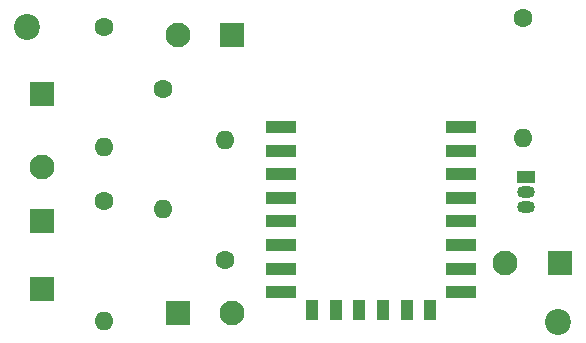
<source format=gbr>
%TF.GenerationSoftware,KiCad,Pcbnew,8.0.7*%
%TF.CreationDate,2025-01-13T17:44:50+00:00*%
%TF.ProjectId,TapeDispenser,54617065-4469-4737-9065-6e7365722e6b,rev?*%
%TF.SameCoordinates,Original*%
%TF.FileFunction,Soldermask,Top*%
%TF.FilePolarity,Negative*%
%FSLAX46Y46*%
G04 Gerber Fmt 4.6, Leading zero omitted, Abs format (unit mm)*
G04 Created by KiCad (PCBNEW 8.0.7) date 2025-01-13 17:44:50*
%MOMM*%
%LPD*%
G01*
G04 APERTURE LIST*
G04 Aperture macros list*
%AMRoundRect*
0 Rectangle with rounded corners*
0 $1 Rounding radius*
0 $2 $3 $4 $5 $6 $7 $8 $9 X,Y pos of 4 corners*
0 Add a 4 corners polygon primitive as box body*
4,1,4,$2,$3,$4,$5,$6,$7,$8,$9,$2,$3,0*
0 Add four circle primitives for the rounded corners*
1,1,$1+$1,$2,$3*
1,1,$1+$1,$4,$5*
1,1,$1+$1,$6,$7*
1,1,$1+$1,$8,$9*
0 Add four rect primitives between the rounded corners*
20,1,$1+$1,$2,$3,$4,$5,0*
20,1,$1+$1,$4,$5,$6,$7,0*
20,1,$1+$1,$6,$7,$8,$9,0*
20,1,$1+$1,$8,$9,$2,$3,0*%
G04 Aperture macros list end*
%ADD10RoundRect,0.250001X0.799999X0.799999X-0.799999X0.799999X-0.799999X-0.799999X0.799999X-0.799999X0*%
%ADD11C,2.100000*%
%ADD12RoundRect,0.250001X-0.799999X-0.799999X0.799999X-0.799999X0.799999X0.799999X-0.799999X0.799999X0*%
%ADD13RoundRect,0.250001X0.799999X-0.799999X0.799999X0.799999X-0.799999X0.799999X-0.799999X-0.799999X0*%
%ADD14R,1.500000X1.050000*%
%ADD15O,1.500000X1.050000*%
%ADD16C,1.600000*%
%ADD17O,1.600000X1.600000*%
%ADD18R,2.500000X1.000000*%
%ADD19R,1.000000X1.800000*%
%ADD20C,2.200000*%
G04 APERTURE END LIST*
D10*
%TO.C,LS1*%
X150100000Y-80000000D03*
D11*
X145500000Y-80000000D03*
%TD*%
D12*
%TO.C,J2*%
X106250000Y-65750000D03*
%TD*%
%TO.C,J1*%
X106250000Y-82250000D03*
%TD*%
D13*
%TO.C,D3*%
X106250000Y-76500000D03*
D11*
X106250000Y-71900000D03*
%TD*%
D12*
%TO.C,D2*%
X117750000Y-84250000D03*
D11*
X122350000Y-84250000D03*
%TD*%
D10*
%TO.C,D1*%
X122350000Y-60750000D03*
D11*
X117750000Y-60750000D03*
%TD*%
D14*
%TO.C,Q1*%
X147250000Y-72710000D03*
D15*
X147250000Y-73980000D03*
X147250000Y-75250000D03*
%TD*%
D16*
%TO.C,R4*%
X116500000Y-65250000D03*
D17*
X116500000Y-75410000D03*
%TD*%
D18*
%TO.C,U1*%
X126550000Y-68500000D03*
X126550000Y-70500000D03*
X126550000Y-72500000D03*
X126550000Y-74500000D03*
X126550000Y-76500000D03*
X126550000Y-78500000D03*
X126550000Y-80500000D03*
X126550000Y-82500000D03*
D19*
X129150000Y-84000000D03*
X131150000Y-84000000D03*
X133150000Y-84000000D03*
X135150000Y-84000000D03*
X137150000Y-84000000D03*
X139150000Y-84000000D03*
D18*
X141750000Y-82500000D03*
X141750000Y-80500000D03*
X141750000Y-78500000D03*
X141750000Y-76500000D03*
X141750000Y-74500000D03*
X141750000Y-72500000D03*
X141750000Y-70500000D03*
X141750000Y-68500000D03*
%TD*%
D16*
%TO.C,R2*%
X111500000Y-74750000D03*
D17*
X111500000Y-84910000D03*
%TD*%
D16*
%TO.C,R3*%
X111500000Y-60000000D03*
D17*
X111500000Y-70160000D03*
%TD*%
D20*
%TO.C,H2*%
X150000000Y-85000000D03*
%TD*%
%TO.C,H1*%
X105000000Y-60000000D03*
%TD*%
D16*
%TO.C,R5*%
X121750000Y-79750000D03*
D17*
X121750000Y-69590000D03*
%TD*%
D16*
%TO.C,R1*%
X147000000Y-59250000D03*
D17*
X147000000Y-69410000D03*
%TD*%
M02*

</source>
